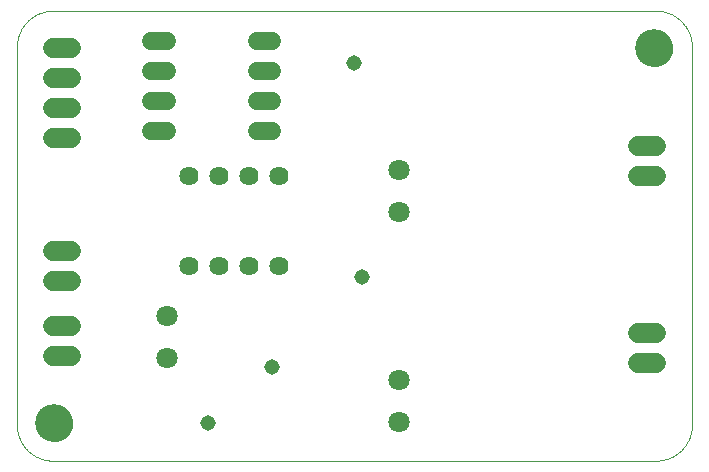
<source format=gbs>
G75*
%MOIN*%
%OFA0B0*%
%FSLAX25Y25*%
%IPPOS*%
%LPD*%
%AMOC8*
5,1,8,0,0,1.08239X$1,22.5*
%
%ADD10C,0.00000*%
%ADD11C,0.07100*%
%ADD12C,0.06400*%
%ADD13C,0.06737*%
%ADD14C,0.06000*%
%ADD15C,0.12611*%
%ADD16C,0.05156*%
D10*
X0016500Y0005500D02*
X0217500Y0005500D01*
X0217790Y0005504D01*
X0218080Y0005514D01*
X0218369Y0005532D01*
X0218658Y0005556D01*
X0218946Y0005587D01*
X0219234Y0005626D01*
X0219520Y0005671D01*
X0219806Y0005724D01*
X0220089Y0005783D01*
X0220372Y0005849D01*
X0220652Y0005921D01*
X0220931Y0006001D01*
X0221208Y0006087D01*
X0221483Y0006180D01*
X0221755Y0006280D01*
X0222025Y0006386D01*
X0222292Y0006498D01*
X0222557Y0006618D01*
X0222818Y0006743D01*
X0223077Y0006875D01*
X0223332Y0007012D01*
X0223584Y0007156D01*
X0223832Y0007306D01*
X0224076Y0007462D01*
X0224317Y0007624D01*
X0224553Y0007792D01*
X0224786Y0007965D01*
X0225014Y0008144D01*
X0225238Y0008328D01*
X0225457Y0008518D01*
X0225672Y0008713D01*
X0225882Y0008913D01*
X0226087Y0009118D01*
X0226287Y0009328D01*
X0226482Y0009543D01*
X0226672Y0009762D01*
X0226856Y0009986D01*
X0227035Y0010214D01*
X0227208Y0010447D01*
X0227376Y0010683D01*
X0227538Y0010924D01*
X0227694Y0011168D01*
X0227844Y0011416D01*
X0227988Y0011668D01*
X0228125Y0011923D01*
X0228257Y0012182D01*
X0228382Y0012443D01*
X0228502Y0012708D01*
X0228614Y0012975D01*
X0228720Y0013245D01*
X0228820Y0013517D01*
X0228913Y0013792D01*
X0228999Y0014069D01*
X0229079Y0014348D01*
X0229151Y0014628D01*
X0229217Y0014911D01*
X0229276Y0015194D01*
X0229329Y0015480D01*
X0229374Y0015766D01*
X0229413Y0016054D01*
X0229444Y0016342D01*
X0229468Y0016631D01*
X0229486Y0016920D01*
X0229496Y0017210D01*
X0229500Y0017500D01*
X0229500Y0143500D01*
X0229496Y0143790D01*
X0229486Y0144080D01*
X0229468Y0144369D01*
X0229444Y0144658D01*
X0229413Y0144946D01*
X0229374Y0145234D01*
X0229329Y0145520D01*
X0229276Y0145806D01*
X0229217Y0146089D01*
X0229151Y0146372D01*
X0229079Y0146652D01*
X0228999Y0146931D01*
X0228913Y0147208D01*
X0228820Y0147483D01*
X0228720Y0147755D01*
X0228614Y0148025D01*
X0228502Y0148292D01*
X0228382Y0148557D01*
X0228257Y0148818D01*
X0228125Y0149077D01*
X0227988Y0149332D01*
X0227844Y0149584D01*
X0227694Y0149832D01*
X0227538Y0150076D01*
X0227376Y0150317D01*
X0227208Y0150553D01*
X0227035Y0150786D01*
X0226856Y0151014D01*
X0226672Y0151238D01*
X0226482Y0151457D01*
X0226287Y0151672D01*
X0226087Y0151882D01*
X0225882Y0152087D01*
X0225672Y0152287D01*
X0225457Y0152482D01*
X0225238Y0152672D01*
X0225014Y0152856D01*
X0224786Y0153035D01*
X0224553Y0153208D01*
X0224317Y0153376D01*
X0224076Y0153538D01*
X0223832Y0153694D01*
X0223584Y0153844D01*
X0223332Y0153988D01*
X0223077Y0154125D01*
X0222818Y0154257D01*
X0222557Y0154382D01*
X0222292Y0154502D01*
X0222025Y0154614D01*
X0221755Y0154720D01*
X0221483Y0154820D01*
X0221208Y0154913D01*
X0220931Y0154999D01*
X0220652Y0155079D01*
X0220372Y0155151D01*
X0220089Y0155217D01*
X0219806Y0155276D01*
X0219520Y0155329D01*
X0219234Y0155374D01*
X0218946Y0155413D01*
X0218658Y0155444D01*
X0218369Y0155468D01*
X0218080Y0155486D01*
X0217790Y0155496D01*
X0217500Y0155500D01*
X0016500Y0155500D01*
X0016210Y0155496D01*
X0015920Y0155486D01*
X0015631Y0155468D01*
X0015342Y0155444D01*
X0015054Y0155413D01*
X0014766Y0155374D01*
X0014480Y0155329D01*
X0014194Y0155276D01*
X0013911Y0155217D01*
X0013628Y0155151D01*
X0013348Y0155079D01*
X0013069Y0154999D01*
X0012792Y0154913D01*
X0012517Y0154820D01*
X0012245Y0154720D01*
X0011975Y0154614D01*
X0011708Y0154502D01*
X0011443Y0154382D01*
X0011182Y0154257D01*
X0010923Y0154125D01*
X0010668Y0153988D01*
X0010416Y0153844D01*
X0010168Y0153694D01*
X0009924Y0153538D01*
X0009683Y0153376D01*
X0009447Y0153208D01*
X0009214Y0153035D01*
X0008986Y0152856D01*
X0008762Y0152672D01*
X0008543Y0152482D01*
X0008328Y0152287D01*
X0008118Y0152087D01*
X0007913Y0151882D01*
X0007713Y0151672D01*
X0007518Y0151457D01*
X0007328Y0151238D01*
X0007144Y0151014D01*
X0006965Y0150786D01*
X0006792Y0150553D01*
X0006624Y0150317D01*
X0006462Y0150076D01*
X0006306Y0149832D01*
X0006156Y0149584D01*
X0006012Y0149332D01*
X0005875Y0149077D01*
X0005743Y0148818D01*
X0005618Y0148557D01*
X0005498Y0148292D01*
X0005386Y0148025D01*
X0005280Y0147755D01*
X0005180Y0147483D01*
X0005087Y0147208D01*
X0005001Y0146931D01*
X0004921Y0146652D01*
X0004849Y0146372D01*
X0004783Y0146089D01*
X0004724Y0145806D01*
X0004671Y0145520D01*
X0004626Y0145234D01*
X0004587Y0144946D01*
X0004556Y0144658D01*
X0004532Y0144369D01*
X0004514Y0144080D01*
X0004504Y0143790D01*
X0004500Y0143500D01*
X0004500Y0017500D01*
X0004504Y0017210D01*
X0004514Y0016920D01*
X0004532Y0016631D01*
X0004556Y0016342D01*
X0004587Y0016054D01*
X0004626Y0015766D01*
X0004671Y0015480D01*
X0004724Y0015194D01*
X0004783Y0014911D01*
X0004849Y0014628D01*
X0004921Y0014348D01*
X0005001Y0014069D01*
X0005087Y0013792D01*
X0005180Y0013517D01*
X0005280Y0013245D01*
X0005386Y0012975D01*
X0005498Y0012708D01*
X0005618Y0012443D01*
X0005743Y0012182D01*
X0005875Y0011923D01*
X0006012Y0011668D01*
X0006156Y0011416D01*
X0006306Y0011168D01*
X0006462Y0010924D01*
X0006624Y0010683D01*
X0006792Y0010447D01*
X0006965Y0010214D01*
X0007144Y0009986D01*
X0007328Y0009762D01*
X0007518Y0009543D01*
X0007713Y0009328D01*
X0007913Y0009118D01*
X0008118Y0008913D01*
X0008328Y0008713D01*
X0008543Y0008518D01*
X0008762Y0008328D01*
X0008986Y0008144D01*
X0009214Y0007965D01*
X0009447Y0007792D01*
X0009683Y0007624D01*
X0009924Y0007462D01*
X0010168Y0007306D01*
X0010416Y0007156D01*
X0010668Y0007012D01*
X0010923Y0006875D01*
X0011182Y0006743D01*
X0011443Y0006618D01*
X0011708Y0006498D01*
X0011975Y0006386D01*
X0012245Y0006280D01*
X0012517Y0006180D01*
X0012792Y0006087D01*
X0013069Y0006001D01*
X0013348Y0005921D01*
X0013628Y0005849D01*
X0013911Y0005783D01*
X0014194Y0005724D01*
X0014480Y0005671D01*
X0014766Y0005626D01*
X0015054Y0005587D01*
X0015342Y0005556D01*
X0015631Y0005532D01*
X0015920Y0005514D01*
X0016210Y0005504D01*
X0016500Y0005500D01*
X0011094Y0018000D02*
X0011096Y0018153D01*
X0011102Y0018307D01*
X0011112Y0018460D01*
X0011126Y0018612D01*
X0011144Y0018765D01*
X0011166Y0018916D01*
X0011191Y0019067D01*
X0011221Y0019218D01*
X0011255Y0019368D01*
X0011292Y0019516D01*
X0011333Y0019664D01*
X0011378Y0019810D01*
X0011427Y0019956D01*
X0011480Y0020100D01*
X0011536Y0020242D01*
X0011596Y0020383D01*
X0011660Y0020523D01*
X0011727Y0020661D01*
X0011798Y0020797D01*
X0011873Y0020931D01*
X0011950Y0021063D01*
X0012032Y0021193D01*
X0012116Y0021321D01*
X0012204Y0021447D01*
X0012295Y0021570D01*
X0012389Y0021691D01*
X0012487Y0021809D01*
X0012587Y0021925D01*
X0012691Y0022038D01*
X0012797Y0022149D01*
X0012906Y0022257D01*
X0013018Y0022362D01*
X0013132Y0022463D01*
X0013250Y0022562D01*
X0013369Y0022658D01*
X0013491Y0022751D01*
X0013616Y0022840D01*
X0013743Y0022927D01*
X0013872Y0023009D01*
X0014003Y0023089D01*
X0014136Y0023165D01*
X0014271Y0023238D01*
X0014408Y0023307D01*
X0014547Y0023372D01*
X0014687Y0023434D01*
X0014829Y0023492D01*
X0014972Y0023547D01*
X0015117Y0023598D01*
X0015263Y0023645D01*
X0015410Y0023688D01*
X0015558Y0023727D01*
X0015707Y0023763D01*
X0015857Y0023794D01*
X0016008Y0023822D01*
X0016159Y0023846D01*
X0016312Y0023866D01*
X0016464Y0023882D01*
X0016617Y0023894D01*
X0016770Y0023902D01*
X0016923Y0023906D01*
X0017077Y0023906D01*
X0017230Y0023902D01*
X0017383Y0023894D01*
X0017536Y0023882D01*
X0017688Y0023866D01*
X0017841Y0023846D01*
X0017992Y0023822D01*
X0018143Y0023794D01*
X0018293Y0023763D01*
X0018442Y0023727D01*
X0018590Y0023688D01*
X0018737Y0023645D01*
X0018883Y0023598D01*
X0019028Y0023547D01*
X0019171Y0023492D01*
X0019313Y0023434D01*
X0019453Y0023372D01*
X0019592Y0023307D01*
X0019729Y0023238D01*
X0019864Y0023165D01*
X0019997Y0023089D01*
X0020128Y0023009D01*
X0020257Y0022927D01*
X0020384Y0022840D01*
X0020509Y0022751D01*
X0020631Y0022658D01*
X0020750Y0022562D01*
X0020868Y0022463D01*
X0020982Y0022362D01*
X0021094Y0022257D01*
X0021203Y0022149D01*
X0021309Y0022038D01*
X0021413Y0021925D01*
X0021513Y0021809D01*
X0021611Y0021691D01*
X0021705Y0021570D01*
X0021796Y0021447D01*
X0021884Y0021321D01*
X0021968Y0021193D01*
X0022050Y0021063D01*
X0022127Y0020931D01*
X0022202Y0020797D01*
X0022273Y0020661D01*
X0022340Y0020523D01*
X0022404Y0020383D01*
X0022464Y0020242D01*
X0022520Y0020100D01*
X0022573Y0019956D01*
X0022622Y0019810D01*
X0022667Y0019664D01*
X0022708Y0019516D01*
X0022745Y0019368D01*
X0022779Y0019218D01*
X0022809Y0019067D01*
X0022834Y0018916D01*
X0022856Y0018765D01*
X0022874Y0018612D01*
X0022888Y0018460D01*
X0022898Y0018307D01*
X0022904Y0018153D01*
X0022906Y0018000D01*
X0022904Y0017847D01*
X0022898Y0017693D01*
X0022888Y0017540D01*
X0022874Y0017388D01*
X0022856Y0017235D01*
X0022834Y0017084D01*
X0022809Y0016933D01*
X0022779Y0016782D01*
X0022745Y0016632D01*
X0022708Y0016484D01*
X0022667Y0016336D01*
X0022622Y0016190D01*
X0022573Y0016044D01*
X0022520Y0015900D01*
X0022464Y0015758D01*
X0022404Y0015617D01*
X0022340Y0015477D01*
X0022273Y0015339D01*
X0022202Y0015203D01*
X0022127Y0015069D01*
X0022050Y0014937D01*
X0021968Y0014807D01*
X0021884Y0014679D01*
X0021796Y0014553D01*
X0021705Y0014430D01*
X0021611Y0014309D01*
X0021513Y0014191D01*
X0021413Y0014075D01*
X0021309Y0013962D01*
X0021203Y0013851D01*
X0021094Y0013743D01*
X0020982Y0013638D01*
X0020868Y0013537D01*
X0020750Y0013438D01*
X0020631Y0013342D01*
X0020509Y0013249D01*
X0020384Y0013160D01*
X0020257Y0013073D01*
X0020128Y0012991D01*
X0019997Y0012911D01*
X0019864Y0012835D01*
X0019729Y0012762D01*
X0019592Y0012693D01*
X0019453Y0012628D01*
X0019313Y0012566D01*
X0019171Y0012508D01*
X0019028Y0012453D01*
X0018883Y0012402D01*
X0018737Y0012355D01*
X0018590Y0012312D01*
X0018442Y0012273D01*
X0018293Y0012237D01*
X0018143Y0012206D01*
X0017992Y0012178D01*
X0017841Y0012154D01*
X0017688Y0012134D01*
X0017536Y0012118D01*
X0017383Y0012106D01*
X0017230Y0012098D01*
X0017077Y0012094D01*
X0016923Y0012094D01*
X0016770Y0012098D01*
X0016617Y0012106D01*
X0016464Y0012118D01*
X0016312Y0012134D01*
X0016159Y0012154D01*
X0016008Y0012178D01*
X0015857Y0012206D01*
X0015707Y0012237D01*
X0015558Y0012273D01*
X0015410Y0012312D01*
X0015263Y0012355D01*
X0015117Y0012402D01*
X0014972Y0012453D01*
X0014829Y0012508D01*
X0014687Y0012566D01*
X0014547Y0012628D01*
X0014408Y0012693D01*
X0014271Y0012762D01*
X0014136Y0012835D01*
X0014003Y0012911D01*
X0013872Y0012991D01*
X0013743Y0013073D01*
X0013616Y0013160D01*
X0013491Y0013249D01*
X0013369Y0013342D01*
X0013250Y0013438D01*
X0013132Y0013537D01*
X0013018Y0013638D01*
X0012906Y0013743D01*
X0012797Y0013851D01*
X0012691Y0013962D01*
X0012587Y0014075D01*
X0012487Y0014191D01*
X0012389Y0014309D01*
X0012295Y0014430D01*
X0012204Y0014553D01*
X0012116Y0014679D01*
X0012032Y0014807D01*
X0011950Y0014937D01*
X0011873Y0015069D01*
X0011798Y0015203D01*
X0011727Y0015339D01*
X0011660Y0015477D01*
X0011596Y0015617D01*
X0011536Y0015758D01*
X0011480Y0015900D01*
X0011427Y0016044D01*
X0011378Y0016190D01*
X0011333Y0016336D01*
X0011292Y0016484D01*
X0011255Y0016632D01*
X0011221Y0016782D01*
X0011191Y0016933D01*
X0011166Y0017084D01*
X0011144Y0017235D01*
X0011126Y0017388D01*
X0011112Y0017540D01*
X0011102Y0017693D01*
X0011096Y0017847D01*
X0011094Y0018000D01*
X0211094Y0143000D02*
X0211096Y0143153D01*
X0211102Y0143307D01*
X0211112Y0143460D01*
X0211126Y0143612D01*
X0211144Y0143765D01*
X0211166Y0143916D01*
X0211191Y0144067D01*
X0211221Y0144218D01*
X0211255Y0144368D01*
X0211292Y0144516D01*
X0211333Y0144664D01*
X0211378Y0144810D01*
X0211427Y0144956D01*
X0211480Y0145100D01*
X0211536Y0145242D01*
X0211596Y0145383D01*
X0211660Y0145523D01*
X0211727Y0145661D01*
X0211798Y0145797D01*
X0211873Y0145931D01*
X0211950Y0146063D01*
X0212032Y0146193D01*
X0212116Y0146321D01*
X0212204Y0146447D01*
X0212295Y0146570D01*
X0212389Y0146691D01*
X0212487Y0146809D01*
X0212587Y0146925D01*
X0212691Y0147038D01*
X0212797Y0147149D01*
X0212906Y0147257D01*
X0213018Y0147362D01*
X0213132Y0147463D01*
X0213250Y0147562D01*
X0213369Y0147658D01*
X0213491Y0147751D01*
X0213616Y0147840D01*
X0213743Y0147927D01*
X0213872Y0148009D01*
X0214003Y0148089D01*
X0214136Y0148165D01*
X0214271Y0148238D01*
X0214408Y0148307D01*
X0214547Y0148372D01*
X0214687Y0148434D01*
X0214829Y0148492D01*
X0214972Y0148547D01*
X0215117Y0148598D01*
X0215263Y0148645D01*
X0215410Y0148688D01*
X0215558Y0148727D01*
X0215707Y0148763D01*
X0215857Y0148794D01*
X0216008Y0148822D01*
X0216159Y0148846D01*
X0216312Y0148866D01*
X0216464Y0148882D01*
X0216617Y0148894D01*
X0216770Y0148902D01*
X0216923Y0148906D01*
X0217077Y0148906D01*
X0217230Y0148902D01*
X0217383Y0148894D01*
X0217536Y0148882D01*
X0217688Y0148866D01*
X0217841Y0148846D01*
X0217992Y0148822D01*
X0218143Y0148794D01*
X0218293Y0148763D01*
X0218442Y0148727D01*
X0218590Y0148688D01*
X0218737Y0148645D01*
X0218883Y0148598D01*
X0219028Y0148547D01*
X0219171Y0148492D01*
X0219313Y0148434D01*
X0219453Y0148372D01*
X0219592Y0148307D01*
X0219729Y0148238D01*
X0219864Y0148165D01*
X0219997Y0148089D01*
X0220128Y0148009D01*
X0220257Y0147927D01*
X0220384Y0147840D01*
X0220509Y0147751D01*
X0220631Y0147658D01*
X0220750Y0147562D01*
X0220868Y0147463D01*
X0220982Y0147362D01*
X0221094Y0147257D01*
X0221203Y0147149D01*
X0221309Y0147038D01*
X0221413Y0146925D01*
X0221513Y0146809D01*
X0221611Y0146691D01*
X0221705Y0146570D01*
X0221796Y0146447D01*
X0221884Y0146321D01*
X0221968Y0146193D01*
X0222050Y0146063D01*
X0222127Y0145931D01*
X0222202Y0145797D01*
X0222273Y0145661D01*
X0222340Y0145523D01*
X0222404Y0145383D01*
X0222464Y0145242D01*
X0222520Y0145100D01*
X0222573Y0144956D01*
X0222622Y0144810D01*
X0222667Y0144664D01*
X0222708Y0144516D01*
X0222745Y0144368D01*
X0222779Y0144218D01*
X0222809Y0144067D01*
X0222834Y0143916D01*
X0222856Y0143765D01*
X0222874Y0143612D01*
X0222888Y0143460D01*
X0222898Y0143307D01*
X0222904Y0143153D01*
X0222906Y0143000D01*
X0222904Y0142847D01*
X0222898Y0142693D01*
X0222888Y0142540D01*
X0222874Y0142388D01*
X0222856Y0142235D01*
X0222834Y0142084D01*
X0222809Y0141933D01*
X0222779Y0141782D01*
X0222745Y0141632D01*
X0222708Y0141484D01*
X0222667Y0141336D01*
X0222622Y0141190D01*
X0222573Y0141044D01*
X0222520Y0140900D01*
X0222464Y0140758D01*
X0222404Y0140617D01*
X0222340Y0140477D01*
X0222273Y0140339D01*
X0222202Y0140203D01*
X0222127Y0140069D01*
X0222050Y0139937D01*
X0221968Y0139807D01*
X0221884Y0139679D01*
X0221796Y0139553D01*
X0221705Y0139430D01*
X0221611Y0139309D01*
X0221513Y0139191D01*
X0221413Y0139075D01*
X0221309Y0138962D01*
X0221203Y0138851D01*
X0221094Y0138743D01*
X0220982Y0138638D01*
X0220868Y0138537D01*
X0220750Y0138438D01*
X0220631Y0138342D01*
X0220509Y0138249D01*
X0220384Y0138160D01*
X0220257Y0138073D01*
X0220128Y0137991D01*
X0219997Y0137911D01*
X0219864Y0137835D01*
X0219729Y0137762D01*
X0219592Y0137693D01*
X0219453Y0137628D01*
X0219313Y0137566D01*
X0219171Y0137508D01*
X0219028Y0137453D01*
X0218883Y0137402D01*
X0218737Y0137355D01*
X0218590Y0137312D01*
X0218442Y0137273D01*
X0218293Y0137237D01*
X0218143Y0137206D01*
X0217992Y0137178D01*
X0217841Y0137154D01*
X0217688Y0137134D01*
X0217536Y0137118D01*
X0217383Y0137106D01*
X0217230Y0137098D01*
X0217077Y0137094D01*
X0216923Y0137094D01*
X0216770Y0137098D01*
X0216617Y0137106D01*
X0216464Y0137118D01*
X0216312Y0137134D01*
X0216159Y0137154D01*
X0216008Y0137178D01*
X0215857Y0137206D01*
X0215707Y0137237D01*
X0215558Y0137273D01*
X0215410Y0137312D01*
X0215263Y0137355D01*
X0215117Y0137402D01*
X0214972Y0137453D01*
X0214829Y0137508D01*
X0214687Y0137566D01*
X0214547Y0137628D01*
X0214408Y0137693D01*
X0214271Y0137762D01*
X0214136Y0137835D01*
X0214003Y0137911D01*
X0213872Y0137991D01*
X0213743Y0138073D01*
X0213616Y0138160D01*
X0213491Y0138249D01*
X0213369Y0138342D01*
X0213250Y0138438D01*
X0213132Y0138537D01*
X0213018Y0138638D01*
X0212906Y0138743D01*
X0212797Y0138851D01*
X0212691Y0138962D01*
X0212587Y0139075D01*
X0212487Y0139191D01*
X0212389Y0139309D01*
X0212295Y0139430D01*
X0212204Y0139553D01*
X0212116Y0139679D01*
X0212032Y0139807D01*
X0211950Y0139937D01*
X0211873Y0140069D01*
X0211798Y0140203D01*
X0211727Y0140339D01*
X0211660Y0140477D01*
X0211596Y0140617D01*
X0211536Y0140758D01*
X0211480Y0140900D01*
X0211427Y0141044D01*
X0211378Y0141190D01*
X0211333Y0141336D01*
X0211292Y0141484D01*
X0211255Y0141632D01*
X0211221Y0141782D01*
X0211191Y0141933D01*
X0211166Y0142084D01*
X0211144Y0142235D01*
X0211126Y0142388D01*
X0211112Y0142540D01*
X0211102Y0142693D01*
X0211096Y0142847D01*
X0211094Y0143000D01*
D11*
X0132000Y0102500D03*
X0132000Y0088500D03*
X0054500Y0053750D03*
X0054500Y0039750D03*
X0132000Y0032500D03*
X0132000Y0018500D03*
D12*
X0092000Y0070500D03*
X0082000Y0070500D03*
X0072000Y0070500D03*
X0062000Y0070500D03*
X0062000Y0100500D03*
X0072000Y0100500D03*
X0082000Y0100500D03*
X0092000Y0100500D03*
D13*
X0022469Y0113000D02*
X0016531Y0113000D01*
X0016531Y0123000D02*
X0022469Y0123000D01*
X0022469Y0133000D02*
X0016531Y0133000D01*
X0016531Y0143000D02*
X0022469Y0143000D01*
X0022469Y0075500D02*
X0016531Y0075500D01*
X0016531Y0065500D02*
X0022469Y0065500D01*
X0022469Y0050500D02*
X0016531Y0050500D01*
X0016531Y0040500D02*
X0022469Y0040500D01*
X0211531Y0038000D02*
X0217469Y0038000D01*
X0217469Y0048000D02*
X0211531Y0048000D01*
X0211531Y0100500D02*
X0217469Y0100500D01*
X0217469Y0110500D02*
X0211531Y0110500D01*
D14*
X0089700Y0115500D02*
X0084500Y0115500D01*
X0084500Y0125500D02*
X0089700Y0125500D01*
X0089700Y0135500D02*
X0084500Y0135500D01*
X0084500Y0145500D02*
X0089700Y0145500D01*
X0054500Y0145500D02*
X0049300Y0145500D01*
X0049300Y0135500D02*
X0054500Y0135500D01*
X0054500Y0125500D02*
X0049300Y0125500D01*
X0049300Y0115500D02*
X0054500Y0115500D01*
D15*
X0017000Y0018000D03*
X0217000Y0143000D03*
D16*
X0117000Y0138000D03*
X0119500Y0066750D03*
X0089500Y0036750D03*
X0068250Y0018000D03*
M02*

</source>
